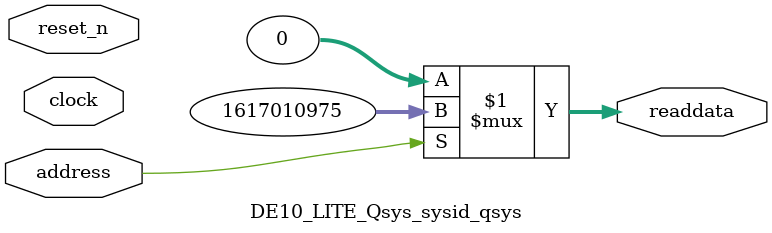
<source format=v>



// synthesis translate_off
`timescale 1ns / 1ps
// synthesis translate_on

// turn off superfluous verilog processor warnings 
// altera message_level Level1 
// altera message_off 10034 10035 10036 10037 10230 10240 10030 

module DE10_LITE_Qsys_sysid_qsys (
               // inputs:
                address,
                clock,
                reset_n,

               // outputs:
                readdata
             )
;

  output  [ 31: 0] readdata;
  input            address;
  input            clock;
  input            reset_n;

  wire    [ 31: 0] readdata;
  //control_slave, which is an e_avalon_slave
  assign readdata = address ? 1617010975 : 0;

endmodule



</source>
